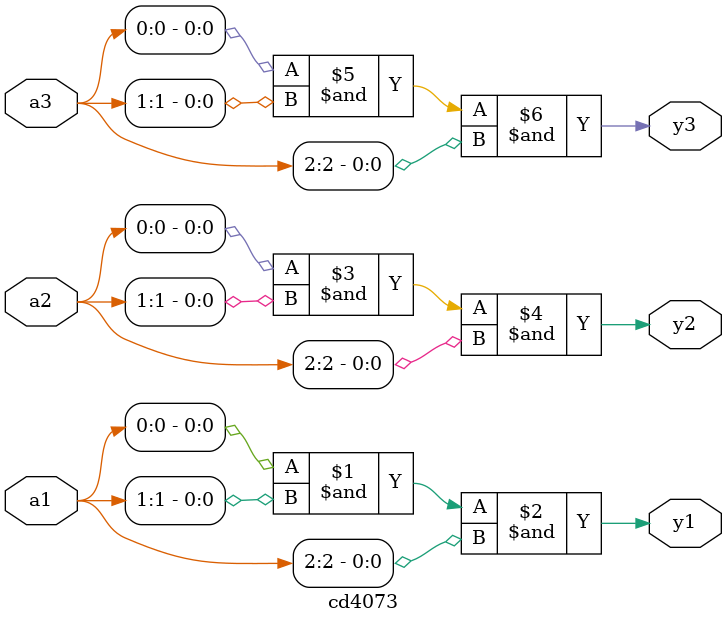
<source format=v>
module cd4073 (
    input wire [2:0] a1,
    input wire [2:0] a2,
    input wire [2:0] a3,
    output wire y1,
    output wire y2,
    output wire y3
);

    // 实例化3个3输入与门
    assign y1 = a1[0] & a1[1] & a1[2];
    assign y2 = a2[0] & a2[1] & a2[2];
    assign y3 = a3[0] & a3[1] & a3[2];

endmodule    
</source>
